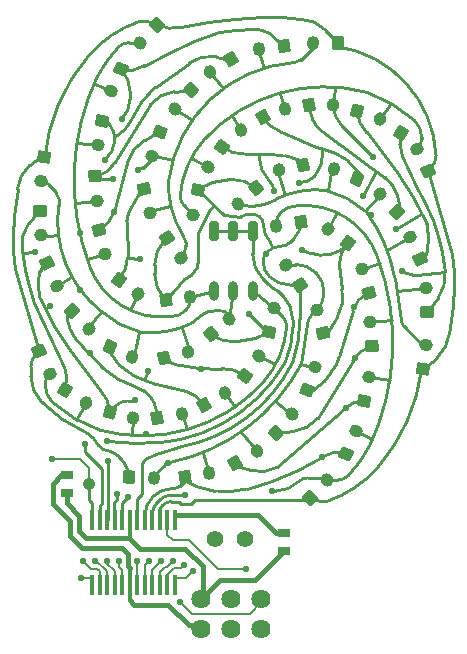
<source format=gtl>
G04*
G04 #@! TF.GenerationSoftware,Altium Limited,CircuitStudio,1.5.2 (30)*
G04*
G04 Layer_Physical_Order=1*
G04 Layer_Color=1513471*
%FSLAX25Y25*%
%MOIN*%
G70*
G01*
G75*
%ADD10C,0.01000*%
%ADD11C,0.01000*%
G04:AMPARAMS|DCode=12|XSize=40mil|YSize=44mil|CornerRadius=17.6mil|HoleSize=0mil|Usage=FLASHONLY|Rotation=47.000|XOffset=0mil|YOffset=0mil|HoleType=Round|Shape=RoundedRectangle|*
%AMROUNDEDRECTD12*
21,1,0.04000,0.00880,0,0,47.0*
21,1,0.00480,0.04400,0,0,47.0*
1,1,0.03520,0.00486,-0.00125*
1,1,0.03520,0.00158,-0.00476*
1,1,0.03520,-0.00486,0.00125*
1,1,0.03520,-0.00158,0.00476*
%
%ADD12ROUNDEDRECTD12*%
G04:AMPARAMS|DCode=13|XSize=40mil|YSize=44mil|CornerRadius=4.4mil|HoleSize=0mil|Usage=FLASHONLY|Rotation=47.000|XOffset=0mil|YOffset=0mil|HoleType=Round|Shape=RoundedRectangle|*
%AMROUNDEDRECTD13*
21,1,0.04000,0.03520,0,0,47.0*
21,1,0.03120,0.04400,0,0,47.0*
1,1,0.00880,0.02351,-0.00059*
1,1,0.00880,0.00223,-0.02341*
1,1,0.00880,-0.02351,0.00059*
1,1,0.00880,-0.00223,0.02341*
%
%ADD13ROUNDEDRECTD13*%
%ADD14O,0.03300X0.06600*%
G04:AMPARAMS|DCode=15|XSize=33mil|YSize=66mil|CornerRadius=6.6mil|HoleSize=0mil|Usage=FLASHONLY|Rotation=0.000|XOffset=0mil|YOffset=0mil|HoleType=Round|Shape=RoundedRectangle|*
%AMROUNDEDRECTD15*
21,1,0.03300,0.05280,0,0,0.0*
21,1,0.01980,0.06600,0,0,0.0*
1,1,0.01320,0.00990,-0.02640*
1,1,0.01320,-0.00990,-0.02640*
1,1,0.01320,-0.00990,0.02640*
1,1,0.01320,0.00990,0.02640*
%
%ADD15ROUNDEDRECTD15*%
%ADD16O,0.01417X0.06890*%
%ADD17R,0.01417X0.06890*%
G04:AMPARAMS|DCode=18|XSize=40mil|YSize=44mil|CornerRadius=17.6mil|HoleSize=0mil|Usage=FLASHONLY|Rotation=65.000|XOffset=0mil|YOffset=0mil|HoleType=Round|Shape=RoundedRectangle|*
%AMROUNDEDRECTD18*
21,1,0.04000,0.00880,0,0,65.0*
21,1,0.00480,0.04400,0,0,65.0*
1,1,0.03520,0.00500,0.00032*
1,1,0.03520,0.00297,-0.00404*
1,1,0.03520,-0.00500,-0.00032*
1,1,0.03520,-0.00297,0.00404*
%
%ADD18ROUNDEDRECTD18*%
G04:AMPARAMS|DCode=19|XSize=40mil|YSize=44mil|CornerRadius=4.4mil|HoleSize=0mil|Usage=FLASHONLY|Rotation=65.000|XOffset=0mil|YOffset=0mil|HoleType=Round|Shape=RoundedRectangle|*
%AMROUNDEDRECTD19*
21,1,0.04000,0.03520,0,0,65.0*
21,1,0.03120,0.04400,0,0,65.0*
1,1,0.00880,0.02254,0.00670*
1,1,0.00880,0.00936,-0.02158*
1,1,0.00880,-0.02254,-0.00670*
1,1,0.00880,-0.00936,0.02158*
%
%ADD19ROUNDEDRECTD19*%
G04:AMPARAMS|DCode=20|XSize=40mil|YSize=44mil|CornerRadius=17.6mil|HoleSize=0mil|Usage=FLASHONLY|Rotation=79.000|XOffset=0mil|YOffset=0mil|HoleType=Round|Shape=RoundedRectangle|*
%AMROUNDEDRECTD20*
21,1,0.04000,0.00880,0,0,79.0*
21,1,0.00480,0.04400,0,0,79.0*
1,1,0.03520,0.00478,0.00152*
1,1,0.03520,0.00386,-0.00320*
1,1,0.03520,-0.00478,-0.00152*
1,1,0.03520,-0.00386,0.00320*
%
%ADD20ROUNDEDRECTD20*%
G04:AMPARAMS|DCode=21|XSize=40mil|YSize=44mil|CornerRadius=4.4mil|HoleSize=0mil|Usage=FLASHONLY|Rotation=79.000|XOffset=0mil|YOffset=0mil|HoleType=Round|Shape=RoundedRectangle|*
%AMROUNDEDRECTD21*
21,1,0.04000,0.03520,0,0,79.0*
21,1,0.03120,0.04400,0,0,79.0*
1,1,0.00880,0.02025,0.01196*
1,1,0.00880,0.01430,-0.01867*
1,1,0.00880,-0.02025,-0.01196*
1,1,0.00880,-0.01430,0.01867*
%
%ADD21ROUNDEDRECTD21*%
G04:AMPARAMS|DCode=22|XSize=40mil|YSize=44mil|CornerRadius=17.6mil|HoleSize=0mil|Usage=FLASHONLY|Rotation=93.000|XOffset=0mil|YOffset=0mil|HoleType=Round|Shape=RoundedRectangle|*
%AMROUNDEDRECTD22*
21,1,0.04000,0.00880,0,0,93.0*
21,1,0.00480,0.04400,0,0,93.0*
1,1,0.03520,0.00427,0.00263*
1,1,0.03520,0.00452,-0.00217*
1,1,0.03520,-0.00427,-0.00263*
1,1,0.03520,-0.00452,0.00217*
%
%ADD22ROUNDEDRECTD22*%
G04:AMPARAMS|DCode=23|XSize=40mil|YSize=44mil|CornerRadius=4.4mil|HoleSize=0mil|Usage=FLASHONLY|Rotation=93.000|XOffset=0mil|YOffset=0mil|HoleType=Round|Shape=RoundedRectangle|*
%AMROUNDEDRECTD23*
21,1,0.04000,0.03520,0,0,93.0*
21,1,0.03120,0.04400,0,0,93.0*
1,1,0.00880,0.01676,0.01650*
1,1,0.00880,0.01839,-0.01466*
1,1,0.00880,-0.01676,-0.01650*
1,1,0.00880,-0.01839,0.01466*
%
%ADD23ROUNDEDRECTD23*%
G04:AMPARAMS|DCode=24|XSize=40mil|YSize=44mil|CornerRadius=17.6mil|HoleSize=0mil|Usage=FLASHONLY|Rotation=144.000|XOffset=0mil|YOffset=0mil|HoleType=Round|Shape=RoundedRectangle|*
%AMROUNDEDRECTD24*
21,1,0.04000,0.00880,0,0,144.0*
21,1,0.00480,0.04400,0,0,144.0*
1,1,0.03520,0.00065,0.00497*
1,1,0.03520,0.00453,0.00215*
1,1,0.03520,-0.00065,-0.00497*
1,1,0.03520,-0.00453,-0.00215*
%
%ADD24ROUNDEDRECTD24*%
G04:AMPARAMS|DCode=25|XSize=40mil|YSize=44mil|CornerRadius=4.4mil|HoleSize=0mil|Usage=FLASHONLY|Rotation=144.000|XOffset=0mil|YOffset=0mil|HoleType=Round|Shape=RoundedRectangle|*
%AMROUNDEDRECTD25*
21,1,0.04000,0.03520,0,0,144.0*
21,1,0.03120,0.04400,0,0,144.0*
1,1,0.00880,-0.00228,0.02341*
1,1,0.00880,0.02297,0.00507*
1,1,0.00880,0.00228,-0.02341*
1,1,0.00880,-0.02297,-0.00507*
%
%ADD25ROUNDEDRECTD25*%
G04:AMPARAMS|DCode=26|XSize=40mil|YSize=44mil|CornerRadius=17.6mil|HoleSize=0mil|Usage=FLASHONLY|Rotation=188.000|XOffset=0mil|YOffset=0mil|HoleType=Round|Shape=RoundedRectangle|*
%AMROUNDEDRECTD26*
21,1,0.04000,0.00880,0,0,188.0*
21,1,0.00480,0.04400,0,0,188.0*
1,1,0.03520,-0.00299,0.00402*
1,1,0.03520,0.00176,0.00469*
1,1,0.03520,0.00299,-0.00402*
1,1,0.03520,-0.00176,-0.00469*
%
%ADD26ROUNDEDRECTD26*%
G04:AMPARAMS|DCode=27|XSize=40mil|YSize=44mil|CornerRadius=4.4mil|HoleSize=0mil|Usage=FLASHONLY|Rotation=188.000|XOffset=0mil|YOffset=0mil|HoleType=Round|Shape=RoundedRectangle|*
%AMROUNDEDRECTD27*
21,1,0.04000,0.03520,0,0,188.0*
21,1,0.03120,0.04400,0,0,188.0*
1,1,0.00880,-0.01790,0.01526*
1,1,0.00880,0.01300,0.01960*
1,1,0.00880,0.01790,-0.01526*
1,1,0.00880,-0.01300,-0.01960*
%
%ADD27ROUNDEDRECTD27*%
G04:AMPARAMS|DCode=28|XSize=40mil|YSize=44mil|CornerRadius=17.6mil|HoleSize=0mil|Usage=FLASHONLY|Rotation=220.000|XOffset=0mil|YOffset=0mil|HoleType=Round|Shape=RoundedRectangle|*
%AMROUNDEDRECTD28*
21,1,0.04000,0.00880,0,0,220.0*
21,1,0.00480,0.04400,0,0,220.0*
1,1,0.03520,-0.00467,0.00183*
1,1,0.03520,-0.00099,0.00491*
1,1,0.03520,0.00467,-0.00183*
1,1,0.03520,0.00099,-0.00491*
%
%ADD28ROUNDEDRECTD28*%
G04:AMPARAMS|DCode=29|XSize=40mil|YSize=44mil|CornerRadius=4.4mil|HoleSize=0mil|Usage=FLASHONLY|Rotation=220.000|XOffset=0mil|YOffset=0mil|HoleType=Round|Shape=RoundedRectangle|*
%AMROUNDEDRECTD29*
21,1,0.04000,0.03520,0,0,220.0*
21,1,0.03120,0.04400,0,0,220.0*
1,1,0.00880,-0.02326,0.00346*
1,1,0.00880,0.00064,0.02351*
1,1,0.00880,0.02326,-0.00346*
1,1,0.00880,-0.00064,-0.02351*
%
%ADD29ROUNDEDRECTD29*%
G04:AMPARAMS|DCode=30|XSize=40mil|YSize=44mil|CornerRadius=17.6mil|HoleSize=0mil|Usage=FLASHONLY|Rotation=193.000|XOffset=0mil|YOffset=0mil|HoleType=Round|Shape=RoundedRectangle|*
%AMROUNDEDRECTD30*
21,1,0.04000,0.00880,0,0,193.0*
21,1,0.00480,0.04400,0,0,193.0*
1,1,0.03520,-0.00333,0.00375*
1,1,0.03520,0.00135,0.00483*
1,1,0.03520,0.00333,-0.00375*
1,1,0.03520,-0.00135,-0.00483*
%
%ADD30ROUNDEDRECTD30*%
G04:AMPARAMS|DCode=31|XSize=40mil|YSize=44mil|CornerRadius=4.4mil|HoleSize=0mil|Usage=FLASHONLY|Rotation=193.000|XOffset=0mil|YOffset=0mil|HoleType=Round|Shape=RoundedRectangle|*
%AMROUNDEDRECTD31*
21,1,0.04000,0.03520,0,0,193.0*
21,1,0.03120,0.04400,0,0,193.0*
1,1,0.00880,-0.01916,0.01364*
1,1,0.00880,0.01124,0.02066*
1,1,0.00880,0.01916,-0.01364*
1,1,0.00880,-0.01124,-0.02066*
%
%ADD31ROUNDEDRECTD31*%
G04:AMPARAMS|DCode=32|XSize=40mil|YSize=44mil|CornerRadius=17.6mil|HoleSize=0mil|Usage=FLASHONLY|Rotation=155.000|XOffset=0mil|YOffset=0mil|HoleType=Round|Shape=RoundedRectangle|*
%AMROUNDEDRECTD32*
21,1,0.04000,0.00880,0,0,155.0*
21,1,0.00480,0.04400,0,0,155.0*
1,1,0.03520,-0.00032,0.00500*
1,1,0.03520,0.00404,0.00297*
1,1,0.03520,0.00032,-0.00500*
1,1,0.03520,-0.00404,-0.00297*
%
%ADD32ROUNDEDRECTD32*%
G04:AMPARAMS|DCode=33|XSize=40mil|YSize=44mil|CornerRadius=4.4mil|HoleSize=0mil|Usage=FLASHONLY|Rotation=155.000|XOffset=0mil|YOffset=0mil|HoleType=Round|Shape=RoundedRectangle|*
%AMROUNDEDRECTD33*
21,1,0.04000,0.03520,0,0,155.0*
21,1,0.03120,0.04400,0,0,155.0*
1,1,0.00880,-0.00670,0.02254*
1,1,0.00880,0.02158,0.00936*
1,1,0.00880,0.00670,-0.02254*
1,1,0.00880,-0.02158,-0.00936*
%
%ADD33ROUNDEDRECTD33*%
G04:AMPARAMS|DCode=34|XSize=40mil|YSize=44mil|CornerRadius=17.6mil|HoleSize=0mil|Usage=FLASHONLY|Rotation=133.000|XOffset=0mil|YOffset=0mil|HoleType=Round|Shape=RoundedRectangle|*
%AMROUNDEDRECTD34*
21,1,0.04000,0.00880,0,0,133.0*
21,1,0.00480,0.04400,0,0,133.0*
1,1,0.03520,0.00158,0.00476*
1,1,0.03520,0.00486,0.00125*
1,1,0.03520,-0.00158,-0.00476*
1,1,0.03520,-0.00486,-0.00125*
%
%ADD34ROUNDEDRECTD34*%
G04:AMPARAMS|DCode=35|XSize=40mil|YSize=44mil|CornerRadius=4.4mil|HoleSize=0mil|Usage=FLASHONLY|Rotation=133.000|XOffset=0mil|YOffset=0mil|HoleType=Round|Shape=RoundedRectangle|*
%AMROUNDEDRECTD35*
21,1,0.04000,0.03520,0,0,133.0*
21,1,0.03120,0.04400,0,0,133.0*
1,1,0.00880,0.00223,0.02341*
1,1,0.00880,0.02351,0.00059*
1,1,0.00880,-0.00223,-0.02341*
1,1,0.00880,-0.02351,-0.00059*
%
%ADD35ROUNDEDRECTD35*%
G04:AMPARAMS|DCode=36|XSize=40mil|YSize=44mil|CornerRadius=17.6mil|HoleSize=0mil|Usage=FLASHONLY|Rotation=116.000|XOffset=0mil|YOffset=0mil|HoleType=Round|Shape=RoundedRectangle|*
%AMROUNDEDRECTD36*
21,1,0.04000,0.00880,0,0,116.0*
21,1,0.00480,0.04400,0,0,116.0*
1,1,0.03520,0.00290,0.00409*
1,1,0.03520,0.00501,-0.00023*
1,1,0.03520,-0.00290,-0.00409*
1,1,0.03520,-0.00501,0.00023*
%
%ADD36ROUNDEDRECTD36*%
G04:AMPARAMS|DCode=37|XSize=40mil|YSize=44mil|CornerRadius=4.4mil|HoleSize=0mil|Usage=FLASHONLY|Rotation=116.000|XOffset=0mil|YOffset=0mil|HoleType=Round|Shape=RoundedRectangle|*
%AMROUNDEDRECTD37*
21,1,0.04000,0.03520,0,0,116.0*
21,1,0.03120,0.04400,0,0,116.0*
1,1,0.00880,0.00898,0.02174*
1,1,0.00880,0.02266,-0.00631*
1,1,0.00880,-0.00898,-0.02174*
1,1,0.00880,-0.02266,0.00631*
%
%ADD37ROUNDEDRECTD37*%
G04:AMPARAMS|DCode=38|XSize=40mil|YSize=44mil|CornerRadius=17.6mil|HoleSize=0mil|Usage=FLASHONLY|Rotation=91.000|XOffset=0mil|YOffset=0mil|HoleType=Round|Shape=RoundedRectangle|*
%AMROUNDEDRECTD38*
21,1,0.04000,0.00880,0,0,91.0*
21,1,0.00480,0.04400,0,0,91.0*
1,1,0.03520,0.00436,0.00248*
1,1,0.03520,0.00444,-0.00232*
1,1,0.03520,-0.00436,-0.00248*
1,1,0.03520,-0.00444,0.00232*
%
%ADD38ROUNDEDRECTD38*%
G04:AMPARAMS|DCode=39|XSize=40mil|YSize=44mil|CornerRadius=4.4mil|HoleSize=0mil|Usage=FLASHONLY|Rotation=91.000|XOffset=0mil|YOffset=0mil|HoleType=Round|Shape=RoundedRectangle|*
%AMROUNDEDRECTD39*
21,1,0.04000,0.03520,0,0,91.0*
21,1,0.03120,0.04400,0,0,91.0*
1,1,0.00880,0.01733,0.01591*
1,1,0.00880,0.01787,-0.01529*
1,1,0.00880,-0.01733,-0.01591*
1,1,0.00880,-0.01787,0.01529*
%
%ADD39ROUNDEDRECTD39*%
G04:AMPARAMS|DCode=40|XSize=40mil|YSize=44mil|CornerRadius=17.6mil|HoleSize=0mil|Usage=FLASHONLY|Rotation=82.000|XOffset=0mil|YOffset=0mil|HoleType=Round|Shape=RoundedRectangle|*
%AMROUNDEDRECTD40*
21,1,0.04000,0.00880,0,0,82.0*
21,1,0.00480,0.04400,0,0,82.0*
1,1,0.03520,0.00469,0.00176*
1,1,0.03520,0.00402,-0.00299*
1,1,0.03520,-0.00469,-0.00176*
1,1,0.03520,-0.00402,0.00299*
%
%ADD40ROUNDEDRECTD40*%
G04:AMPARAMS|DCode=41|XSize=40mil|YSize=44mil|CornerRadius=4.4mil|HoleSize=0mil|Usage=FLASHONLY|Rotation=82.000|XOffset=0mil|YOffset=0mil|HoleType=Round|Shape=RoundedRectangle|*
%AMROUNDEDRECTD41*
21,1,0.04000,0.03520,0,0,82.0*
21,1,0.03120,0.04400,0,0,82.0*
1,1,0.00880,0.01960,0.01300*
1,1,0.00880,0.01526,-0.01790*
1,1,0.00880,-0.01960,-0.01300*
1,1,0.00880,-0.01526,0.01790*
%
%ADD41ROUNDEDRECTD41*%
G04:AMPARAMS|DCode=42|XSize=40mil|YSize=44mil|CornerRadius=17.6mil|HoleSize=0mil|Usage=FLASHONLY|Rotation=258.000|XOffset=0mil|YOffset=0mil|HoleType=Round|Shape=RoundedRectangle|*
%AMROUNDEDRECTD42*
21,1,0.04000,0.00880,0,0,258.0*
21,1,0.00480,0.04400,0,0,258.0*
1,1,0.03520,-0.00480,-0.00143*
1,1,0.03520,-0.00381,0.00326*
1,1,0.03520,0.00480,0.00143*
1,1,0.03520,0.00381,-0.00326*
%
%ADD42ROUNDEDRECTD42*%
G04:AMPARAMS|DCode=43|XSize=40mil|YSize=44mil|CornerRadius=4.4mil|HoleSize=0mil|Usage=FLASHONLY|Rotation=258.000|XOffset=0mil|YOffset=0mil|HoleType=Round|Shape=RoundedRectangle|*
%AMROUNDEDRECTD43*
21,1,0.04000,0.03520,0,0,258.0*
21,1,0.03120,0.04400,0,0,258.0*
1,1,0.00880,-0.02046,-0.01160*
1,1,0.00880,-0.01397,0.01892*
1,1,0.00880,0.02046,0.01160*
1,1,0.00880,0.01397,-0.01892*
%
%ADD43ROUNDEDRECTD43*%
G04:AMPARAMS|DCode=44|XSize=40mil|YSize=44mil|CornerRadius=17.6mil|HoleSize=0mil|Usage=FLASHONLY|Rotation=235.000|XOffset=0mil|YOffset=0mil|HoleType=Round|Shape=RoundedRectangle|*
%AMROUNDEDRECTD44*
21,1,0.04000,0.00880,0,0,235.0*
21,1,0.00480,0.04400,0,0,235.0*
1,1,0.03520,-0.00498,0.00056*
1,1,0.03520,-0.00223,0.00449*
1,1,0.03520,0.00498,-0.00056*
1,1,0.03520,0.00223,-0.00449*
%
%ADD44ROUNDEDRECTD44*%
G04:AMPARAMS|DCode=45|XSize=40mil|YSize=44mil|CornerRadius=4.4mil|HoleSize=0mil|Usage=FLASHONLY|Rotation=235.000|XOffset=0mil|YOffset=0mil|HoleType=Round|Shape=RoundedRectangle|*
%AMROUNDEDRECTD45*
21,1,0.04000,0.03520,0,0,235.0*
21,1,0.03120,0.04400,0,0,235.0*
1,1,0.00880,-0.02337,-0.00268*
1,1,0.00880,-0.00547,0.02287*
1,1,0.00880,0.02337,0.00268*
1,1,0.00880,0.00547,-0.02287*
%
%ADD45ROUNDEDRECTD45*%
G04:AMPARAMS|DCode=46|XSize=40mil|YSize=44mil|CornerRadius=17.6mil|HoleSize=0mil|Usage=FLASHONLY|Rotation=210.000|XOffset=0mil|YOffset=0mil|HoleType=Round|Shape=RoundedRectangle|*
%AMROUNDEDRECTD46*
21,1,0.04000,0.00880,0,0,210.0*
21,1,0.00480,0.04400,0,0,210.0*
1,1,0.03520,-0.00428,0.00261*
1,1,0.03520,-0.00012,0.00501*
1,1,0.03520,0.00428,-0.00261*
1,1,0.03520,0.00012,-0.00501*
%
%ADD46ROUNDEDRECTD46*%
G04:AMPARAMS|DCode=47|XSize=40mil|YSize=44mil|CornerRadius=4.4mil|HoleSize=0mil|Usage=FLASHONLY|Rotation=210.000|XOffset=0mil|YOffset=0mil|HoleType=Round|Shape=RoundedRectangle|*
%AMROUNDEDRECTD47*
21,1,0.04000,0.03520,0,0,210.0*
21,1,0.03120,0.04400,0,0,210.0*
1,1,0.00880,-0.02231,0.00744*
1,1,0.00880,0.00471,0.02304*
1,1,0.00880,0.02231,-0.00744*
1,1,0.00880,-0.00471,-0.02304*
%
%ADD47ROUNDEDRECTD47*%
G04:AMPARAMS|DCode=48|XSize=40mil|YSize=44mil|CornerRadius=17.6mil|HoleSize=0mil|Usage=FLASHONLY|Rotation=190.000|XOffset=0mil|YOffset=0mil|HoleType=Round|Shape=RoundedRectangle|*
%AMROUNDEDRECTD48*
21,1,0.04000,0.00880,0,0,190.0*
21,1,0.00480,0.04400,0,0,190.0*
1,1,0.03520,-0.00313,0.00392*
1,1,0.03520,0.00160,0.00475*
1,1,0.03520,0.00313,-0.00392*
1,1,0.03520,-0.00160,-0.00475*
%
%ADD48ROUNDEDRECTD48*%
G04:AMPARAMS|DCode=49|XSize=40mil|YSize=44mil|CornerRadius=4.4mil|HoleSize=0mil|Usage=FLASHONLY|Rotation=190.000|XOffset=0mil|YOffset=0mil|HoleType=Round|Shape=RoundedRectangle|*
%AMROUNDEDRECTD49*
21,1,0.04000,0.03520,0,0,190.0*
21,1,0.03120,0.04400,0,0,190.0*
1,1,0.00880,-0.01842,0.01462*
1,1,0.00880,0.01231,0.02004*
1,1,0.00880,0.01842,-0.01462*
1,1,0.00880,-0.01231,-0.02004*
%
%ADD49ROUNDEDRECTD49*%
G04:AMPARAMS|DCode=50|XSize=40mil|YSize=44mil|CornerRadius=17.6mil|HoleSize=0mil|Usage=FLASHONLY|Rotation=165.000|XOffset=0mil|YOffset=0mil|HoleType=Round|Shape=RoundedRectangle|*
%AMROUNDEDRECTD50*
21,1,0.04000,0.00880,0,0,165.0*
21,1,0.00480,0.04400,0,0,165.0*
1,1,0.03520,-0.00118,0.00487*
1,1,0.03520,0.00346,0.00363*
1,1,0.03520,0.00118,-0.00487*
1,1,0.03520,-0.00346,-0.00363*
%
%ADD50ROUNDEDRECTD50*%
G04:AMPARAMS|DCode=51|XSize=40mil|YSize=44mil|CornerRadius=4.4mil|HoleSize=0mil|Usage=FLASHONLY|Rotation=165.000|XOffset=0mil|YOffset=0mil|HoleType=Round|Shape=RoundedRectangle|*
%AMROUNDEDRECTD51*
21,1,0.04000,0.03520,0,0,165.0*
21,1,0.03120,0.04400,0,0,165.0*
1,1,0.00880,-0.01051,0.02104*
1,1,0.00880,0.01962,0.01296*
1,1,0.00880,0.01051,-0.02104*
1,1,0.00880,-0.01962,-0.01296*
%
%ADD51ROUNDEDRECTD51*%
G04:AMPARAMS|DCode=52|XSize=40mil|YSize=44mil|CornerRadius=17.6mil|HoleSize=0mil|Usage=FLASHONLY|Rotation=148.000|XOffset=0mil|YOffset=0mil|HoleType=Round|Shape=RoundedRectangle|*
%AMROUNDEDRECTD52*
21,1,0.04000,0.00880,0,0,148.0*
21,1,0.00480,0.04400,0,0,148.0*
1,1,0.03520,0.00030,0.00500*
1,1,0.03520,0.00437,0.00246*
1,1,0.03520,-0.00030,-0.00500*
1,1,0.03520,-0.00437,-0.00246*
%
%ADD52ROUNDEDRECTD52*%
G04:AMPARAMS|DCode=53|XSize=40mil|YSize=44mil|CornerRadius=4.4mil|HoleSize=0mil|Usage=FLASHONLY|Rotation=148.000|XOffset=0mil|YOffset=0mil|HoleType=Round|Shape=RoundedRectangle|*
%AMROUNDEDRECTD53*
21,1,0.04000,0.03520,0,0,148.0*
21,1,0.03120,0.04400,0,0,148.0*
1,1,0.00880,-0.00390,0.02319*
1,1,0.00880,0.02256,0.00666*
1,1,0.00880,0.00390,-0.02319*
1,1,0.00880,-0.02256,-0.00666*
%
%ADD53ROUNDEDRECTD53*%
G04:AMPARAMS|DCode=54|XSize=40mil|YSize=44mil|CornerRadius=17.6mil|HoleSize=0mil|Usage=FLASHONLY|Rotation=115.000|XOffset=0mil|YOffset=0mil|HoleType=Round|Shape=RoundedRectangle|*
%AMROUNDEDRECTD54*
21,1,0.04000,0.00880,0,0,115.0*
21,1,0.00480,0.04400,0,0,115.0*
1,1,0.03520,0.00297,0.00404*
1,1,0.03520,0.00500,-0.00032*
1,1,0.03520,-0.00297,-0.00404*
1,1,0.03520,-0.00500,0.00032*
%
%ADD54ROUNDEDRECTD54*%
G04:AMPARAMS|DCode=55|XSize=40mil|YSize=44mil|CornerRadius=4.4mil|HoleSize=0mil|Usage=FLASHONLY|Rotation=115.000|XOffset=0mil|YOffset=0mil|HoleType=Round|Shape=RoundedRectangle|*
%AMROUNDEDRECTD55*
21,1,0.04000,0.03520,0,0,115.0*
21,1,0.03120,0.04400,0,0,115.0*
1,1,0.00880,0.00936,0.02158*
1,1,0.00880,0.02254,-0.00670*
1,1,0.00880,-0.00936,-0.02158*
1,1,0.00880,-0.02254,0.00670*
%
%ADD55ROUNDEDRECTD55*%
G04:AMPARAMS|DCode=56|XSize=40mil|YSize=44mil|CornerRadius=17.6mil|HoleSize=0mil|Usage=FLASHONLY|Rotation=303.000|XOffset=0mil|YOffset=0mil|HoleType=Round|Shape=RoundedRectangle|*
%AMROUNDEDRECTD56*
21,1,0.04000,0.00880,0,0,303.0*
21,1,0.00480,0.04400,0,0,303.0*
1,1,0.03520,-0.00238,-0.00441*
1,1,0.03520,-0.00500,-0.00038*
1,1,0.03520,0.00238,0.00441*
1,1,0.03520,0.00500,0.00038*
%
%ADD56ROUNDEDRECTD56*%
G04:AMPARAMS|DCode=57|XSize=40mil|YSize=44mil|CornerRadius=4.4mil|HoleSize=0mil|Usage=FLASHONLY|Rotation=303.000|XOffset=0mil|YOffset=0mil|HoleType=Round|Shape=RoundedRectangle|*
%AMROUNDEDRECTD57*
21,1,0.04000,0.03520,0,0,303.0*
21,1,0.03120,0.04400,0,0,303.0*
1,1,0.00880,-0.00626,-0.02267*
1,1,0.00880,-0.02326,0.00350*
1,1,0.00880,0.00626,0.02267*
1,1,0.00880,0.02326,-0.00350*
%
%ADD57ROUNDEDRECTD57*%
G04:AMPARAMS|DCode=58|XSize=40mil|YSize=44mil|CornerRadius=17.6mil|HoleSize=0mil|Usage=FLASHONLY|Rotation=284.000|XOffset=0mil|YOffset=0mil|HoleType=Round|Shape=RoundedRectangle|*
%AMROUNDEDRECTD58*
21,1,0.04000,0.00880,0,0,284.0*
21,1,0.00480,0.04400,0,0,284.0*
1,1,0.03520,-0.00369,-0.00339*
1,1,0.03520,-0.00485,0.00126*
1,1,0.03520,0.00369,0.00339*
1,1,0.03520,0.00485,-0.00126*
%
%ADD58ROUNDEDRECTD58*%
G04:AMPARAMS|DCode=59|XSize=40mil|YSize=44mil|CornerRadius=4.4mil|HoleSize=0mil|Usage=FLASHONLY|Rotation=284.000|XOffset=0mil|YOffset=0mil|HoleType=Round|Shape=RoundedRectangle|*
%AMROUNDEDRECTD59*
21,1,0.04000,0.03520,0,0,284.0*
21,1,0.03120,0.04400,0,0,284.0*
1,1,0.00880,-0.01330,-0.01939*
1,1,0.00880,-0.02085,0.01088*
1,1,0.00880,0.01330,0.01939*
1,1,0.00880,0.02085,-0.01088*
%
%ADD59ROUNDEDRECTD59*%
G04:AMPARAMS|DCode=60|XSize=40mil|YSize=44mil|CornerRadius=17.6mil|HoleSize=0mil|Usage=FLASHONLY|Rotation=251.000|XOffset=0mil|YOffset=0mil|HoleType=Round|Shape=RoundedRectangle|*
%AMROUNDEDRECTD60*
21,1,0.04000,0.00880,0,0,251.0*
21,1,0.00480,0.04400,0,0,251.0*
1,1,0.03520,-0.00494,-0.00084*
1,1,0.03520,-0.00338,0.00370*
1,1,0.03520,0.00494,0.00084*
1,1,0.03520,0.00338,-0.00370*
%
%ADD60ROUNDEDRECTD60*%
G04:AMPARAMS|DCode=61|XSize=40mil|YSize=44mil|CornerRadius=4.4mil|HoleSize=0mil|Usage=FLASHONLY|Rotation=251.000|XOffset=0mil|YOffset=0mil|HoleType=Round|Shape=RoundedRectangle|*
%AMROUNDEDRECTD61*
21,1,0.04000,0.03520,0,0,251.0*
21,1,0.03120,0.04400,0,0,251.0*
1,1,0.00880,-0.02172,-0.00902*
1,1,0.00880,-0.01156,0.02048*
1,1,0.00880,0.02172,0.00902*
1,1,0.00880,0.01156,-0.02048*
%
%ADD61ROUNDEDRECTD61*%
G04:AMPARAMS|DCode=62|XSize=40mil|YSize=44mil|CornerRadius=17.6mil|HoleSize=0mil|Usage=FLASHONLY|Rotation=229.000|XOffset=0mil|YOffset=0mil|HoleType=Round|Shape=RoundedRectangle|*
%AMROUNDEDRECTD62*
21,1,0.04000,0.00880,0,0,229.0*
21,1,0.00480,0.04400,0,0,229.0*
1,1,0.03520,-0.00490,0.00108*
1,1,0.03520,-0.00175,0.00470*
1,1,0.03520,0.00490,-0.00108*
1,1,0.03520,0.00175,-0.00470*
%
%ADD62ROUNDEDRECTD62*%
G04:AMPARAMS|DCode=63|XSize=40mil|YSize=44mil|CornerRadius=4.4mil|HoleSize=0mil|Usage=FLASHONLY|Rotation=229.000|XOffset=0mil|YOffset=0mil|HoleType=Round|Shape=RoundedRectangle|*
%AMROUNDEDRECTD63*
21,1,0.04000,0.03520,0,0,229.0*
21,1,0.03120,0.04400,0,0,229.0*
1,1,0.00880,-0.02352,-0.00023*
1,1,0.00880,-0.00305,0.02332*
1,1,0.00880,0.02352,0.00023*
1,1,0.00880,0.00305,-0.02332*
%
%ADD63ROUNDEDRECTD63*%
G04:AMPARAMS|DCode=64|XSize=40mil|YSize=44mil|CornerRadius=17.6mil|HoleSize=0mil|Usage=FLASHONLY|Rotation=211.000|XOffset=0mil|YOffset=0mil|HoleType=Round|Shape=RoundedRectangle|*
%AMROUNDEDRECTD64*
21,1,0.04000,0.00880,0,0,211.0*
21,1,0.00480,0.04400,0,0,211.0*
1,1,0.03520,-0.00432,0.00254*
1,1,0.03520,-0.00021,0.00501*
1,1,0.03520,0.00432,-0.00254*
1,1,0.03520,0.00021,-0.00501*
%
%ADD64ROUNDEDRECTD64*%
G04:AMPARAMS|DCode=65|XSize=40mil|YSize=44mil|CornerRadius=4.4mil|HoleSize=0mil|Usage=FLASHONLY|Rotation=211.000|XOffset=0mil|YOffset=0mil|HoleType=Round|Shape=RoundedRectangle|*
%AMROUNDEDRECTD65*
21,1,0.04000,0.03520,0,0,211.0*
21,1,0.03120,0.04400,0,0,211.0*
1,1,0.00880,-0.02244,0.00705*
1,1,0.00880,0.00431,0.02312*
1,1,0.00880,0.02244,-0.00705*
1,1,0.00880,-0.00431,-0.02312*
%
%ADD65ROUNDEDRECTD65*%
G04:AMPARAMS|DCode=66|XSize=40mil|YSize=44mil|CornerRadius=17.6mil|HoleSize=0mil|Usage=FLASHONLY|Rotation=179.000|XOffset=0mil|YOffset=0mil|HoleType=Round|Shape=RoundedRectangle|*
%AMROUNDEDRECTD66*
21,1,0.04000,0.00880,0,0,179.0*
21,1,0.00480,0.04400,0,0,179.0*
1,1,0.03520,-0.00232,0.00444*
1,1,0.03520,0.00248,0.00436*
1,1,0.03520,0.00232,-0.00444*
1,1,0.03520,-0.00248,-0.00436*
%
%ADD66ROUNDEDRECTD66*%
G04:AMPARAMS|DCode=67|XSize=40mil|YSize=44mil|CornerRadius=4.4mil|HoleSize=0mil|Usage=FLASHONLY|Rotation=179.000|XOffset=0mil|YOffset=0mil|HoleType=Round|Shape=RoundedRectangle|*
%AMROUNDEDRECTD67*
21,1,0.04000,0.03520,0,0,179.0*
21,1,0.03120,0.04400,0,0,179.0*
1,1,0.00880,-0.01529,0.01787*
1,1,0.00880,0.01591,0.01733*
1,1,0.00880,0.01529,-0.01787*
1,1,0.00880,-0.01591,-0.01733*
%
%ADD67ROUNDEDRECTD67*%
G04:AMPARAMS|DCode=68|XSize=40mil|YSize=44mil|CornerRadius=17.6mil|HoleSize=0mil|Usage=FLASHONLY|Rotation=358.000|XOffset=0mil|YOffset=0mil|HoleType=Round|Shape=RoundedRectangle|*
%AMROUNDEDRECTD68*
21,1,0.04000,0.00880,0,0,358.0*
21,1,0.00480,0.04400,0,0,358.0*
1,1,0.03520,0.00225,-0.00448*
1,1,0.03520,-0.00255,-0.00431*
1,1,0.03520,-0.00225,0.00448*
1,1,0.03520,0.00255,0.00431*
%
%ADD68ROUNDEDRECTD68*%
G04:AMPARAMS|DCode=69|XSize=40mil|YSize=44mil|CornerRadius=4.4mil|HoleSize=0mil|Usage=FLASHONLY|Rotation=358.000|XOffset=0mil|YOffset=0mil|HoleType=Round|Shape=RoundedRectangle|*
%AMROUNDEDRECTD69*
21,1,0.04000,0.03520,0,0,358.0*
21,1,0.03120,0.04400,0,0,358.0*
1,1,0.00880,0.01498,-0.01813*
1,1,0.00880,-0.01621,-0.01705*
1,1,0.00880,-0.01498,0.01813*
1,1,0.00880,0.01621,0.01705*
%
%ADD69ROUNDEDRECTD69*%
G04:AMPARAMS|DCode=70|XSize=40mil|YSize=44mil|CornerRadius=17.6mil|HoleSize=0mil|Usage=FLASHONLY|Rotation=285.000|XOffset=0mil|YOffset=0mil|HoleType=Round|Shape=RoundedRectangle|*
%AMROUNDEDRECTD70*
21,1,0.04000,0.00880,0,0,285.0*
21,1,0.00480,0.04400,0,0,285.0*
1,1,0.03520,-0.00363,-0.00346*
1,1,0.03520,-0.00487,0.00118*
1,1,0.03520,0.00363,0.00346*
1,1,0.03520,0.00487,-0.00118*
%
%ADD70ROUNDEDRECTD70*%
G04:AMPARAMS|DCode=71|XSize=40mil|YSize=44mil|CornerRadius=4.4mil|HoleSize=0mil|Usage=FLASHONLY|Rotation=285.000|XOffset=0mil|YOffset=0mil|HoleType=Round|Shape=RoundedRectangle|*
%AMROUNDEDRECTD71*
21,1,0.04000,0.03520,0,0,285.0*
21,1,0.03120,0.04400,0,0,285.0*
1,1,0.00880,-0.01296,-0.01962*
1,1,0.00880,-0.02104,0.01051*
1,1,0.00880,0.01296,0.01962*
1,1,0.00880,0.02104,-0.01051*
%
%ADD71ROUNDEDRECTD71*%
G04:AMPARAMS|DCode=72|XSize=40mil|YSize=44mil|CornerRadius=17.6mil|HoleSize=0mil|Usage=FLASHONLY|Rotation=106.000|XOffset=0mil|YOffset=0mil|HoleType=Round|Shape=RoundedRectangle|*
%AMROUNDEDRECTD72*
21,1,0.04000,0.00880,0,0,106.0*
21,1,0.00480,0.04400,0,0,106.0*
1,1,0.03520,0.00357,0.00352*
1,1,0.03520,0.00489,-0.00109*
1,1,0.03520,-0.00357,-0.00352*
1,1,0.03520,-0.00489,0.00109*
%
%ADD72ROUNDEDRECTD72*%
G04:AMPARAMS|DCode=73|XSize=40mil|YSize=44mil|CornerRadius=4.4mil|HoleSize=0mil|Usage=FLASHONLY|Rotation=106.000|XOffset=0mil|YOffset=0mil|HoleType=Round|Shape=RoundedRectangle|*
%AMROUNDEDRECTD73*
21,1,0.04000,0.03520,0,0,106.0*
21,1,0.03120,0.04400,0,0,106.0*
1,1,0.00880,0.01262,0.01985*
1,1,0.00880,0.02122,-0.01015*
1,1,0.00880,-0.01262,-0.01985*
1,1,0.00880,-0.02122,0.01015*
%
%ADD73ROUNDEDRECTD73*%
%ADD74R,0.03937X0.03150*%
%ADD75C,0.00800*%
%ADD76C,0.01800*%
%ADD77C,0.01400*%
%ADD78C,0.05500*%
%ADD79C,0.06400*%
%ADD80C,0.04200*%
%ADD81C,0.02300*%
D10*
X5005322Y2903921D02*
G03*
X5059700Y2919700I14244J52502D01*
G01*
X5059700Y2919700D02*
G03*
X5067651Y2938526I-23591J21055D01*
G01*
X4989433Y2913337D02*
G03*
X5005322Y2903921I31078J34329D01*
G01*
X5067651Y2938526D02*
G03*
X5066388Y2941574I-4310J0D01*
G01*
X4987200Y2918728D02*
G03*
X4989433Y2913337I7625J0D01*
G01*
X4988900Y2923600D02*
G03*
X4987200Y2919496I4104J-4104D01*
G01*
X5029400Y2893300D02*
G03*
X5072490Y2925863I-13664J62873D01*
G01*
X5029423Y2893321D02*
G03*
X5027201Y2892401I0J-3142D01*
G01*
X5079217Y2944106D02*
G03*
X5074554Y2939177I988J-5605D01*
G01*
X5103674Y2954650D02*
G03*
X5094219Y2976658I-52558J-9545D01*
G01*
X5094219D02*
G03*
X5080493Y2983963I-21262J-23404D01*
G01*
X5088226Y2888775D02*
G03*
X5095410Y2898895I-33826J31624D01*
G01*
X5097929Y2961606D02*
G03*
X5070960Y2978698I-24393J-8667D01*
G01*
X5095282Y2898594D02*
G03*
X5097948Y2961466I-73532J34610D01*
G01*
X5070960Y2978698D02*
G03*
X5065733Y2976533I0J-7393D01*
G01*
D02*
G03*
X5064225Y2972893I3640J-3640D01*
G01*
X5084660Y2887299D02*
G03*
X5088226Y2888775I0J5043D01*
G01*
X5080600Y2983921D02*
G03*
X5064081Y2980969I-2896J-31488D01*
G01*
X5035719Y2939431D02*
G03*
X5039960Y2942645I-16911J26718D01*
G01*
X5019200Y2936479D02*
G03*
X5035719Y2939431I2896J31488D01*
G01*
X5015140Y3033101D02*
G03*
X5011574Y3031624I0J-5043D01*
G01*
X5034067Y2943867D02*
G03*
X5035575Y2947507I-3640J3640D01*
G01*
X5028840Y2941702D02*
G03*
X5034067Y2943867I0J7393D01*
G01*
X5004518Y3021806D02*
G03*
X5001852Y2958934I73532J-34610D01*
G01*
X5001871Y2958794D02*
G03*
X5028840Y2941702I24393J8667D01*
G01*
X5011574Y3031624D02*
G03*
X5004390Y3021505I33826J-31624D01*
G01*
X5005581Y2943742D02*
G03*
X5019307Y2936437I21262J23404D01*
G01*
X4991652Y2978748D02*
G03*
X5005581Y2943742I37911J-5190D01*
G01*
X5042061Y2943674D02*
G03*
X5039909Y2942592I2213J-7080D01*
G01*
X5049192Y2941829D02*
G03*
X5044295Y2943891I-4401J-3608D01*
G01*
X5032333Y2961262D02*
G03*
X5034000Y2965286I-4024J4024D01*
G01*
X5034000Y2966625D02*
G03*
X5033046Y2968929I-3258J0D01*
G01*
X5070277Y3026478D02*
G03*
X5072499Y3027399I0J3142D01*
G01*
X5070277Y3026478D02*
G03*
X5028283Y2986901I3124J-45383D01*
G01*
X5028283D02*
G03*
X5033046Y2968929I31596J-1244D01*
G01*
X5110900Y2996800D02*
G03*
X5112600Y3000904I-4104J4104D01*
G01*
X5112600Y3001672D02*
G03*
X5110366Y3007063I-7625J0D01*
G01*
X5032149Y2981874D02*
G03*
X5033411Y2978826I4310J0D01*
G01*
X5110367Y3007063D02*
G03*
X5094478Y3016479I-31078J-34329D01*
G01*
X5040100Y3000700D02*
G03*
X5032149Y2981874I23591J-21055D01*
G01*
X5094478Y3016479D02*
G03*
X5040100Y3000700I-14244J-52502D01*
G01*
X5023600Y2956043D02*
G03*
X5027135Y2947508I12071J0D01*
G01*
Y2967407D02*
G03*
X5023600Y2958872I8535J-8535D01*
G01*
X5011596Y2954099D02*
G03*
X5014600Y2961351I-7252J7252D01*
G01*
X5015900Y2978300D02*
G03*
X5014333Y2973363I10454J-6036D01*
G01*
X5020260Y3000554D02*
G03*
X5014580Y2993006I6036J-10454D01*
G01*
X5005039Y2970660D02*
G03*
X5010137Y2976629I-4656J9138D01*
G01*
X5004244Y2988392D02*
G03*
X5010472Y2993171I-2654J9907D01*
G01*
X5030072Y3016766D02*
G03*
X5022198Y3012438I1460J-11982D01*
G01*
X5044030Y3028401D02*
G03*
X5035268Y3026411I-1900J-11921D01*
G01*
X5010406Y3001505D02*
G03*
X5016023Y3007482I-6202J11457D01*
G01*
X5012521Y3023976D02*
G03*
X5020240Y3025406I2132J10032D01*
G01*
X5062103Y3036074D02*
G03*
X5056489Y3037689I-6045J-10448D01*
G01*
X5080496Y3037386D02*
G03*
X5072237Y3040926I-8544J-8527D01*
G01*
X5024544Y3039116D02*
G03*
X5032344Y3038227I4972J8970D01*
G01*
X4993636Y2917283D02*
G03*
X4993568Y2925132I-9510J3842D01*
G01*
X4981669Y2972833D02*
G03*
X4979464Y2964122I9759J-7104D01*
G01*
X5008640Y2910061D02*
G03*
X5005510Y2917260I-10255J-179D01*
G01*
X4985306Y2956798D02*
G03*
X4985431Y2947813I17540J-4249D01*
G01*
X4994403Y2943805D02*
G03*
X4999221Y2932274I14436J-740D01*
G01*
X5024290Y2907747D02*
G03*
X5020139Y2917128I-10197J1097D01*
G01*
X5040149Y2912250D02*
G03*
X5034139Y2916840I-8791J-5282D01*
G01*
X5011610Y2925787D02*
G03*
X5022739Y2919581I17512J18322D01*
G01*
X5031367Y2925638D02*
G03*
X5038011Y2924550I7481J24851D01*
G01*
X5053648Y2921942D02*
G03*
X5046204Y2924432I-6729J-7741D01*
G01*
X5042298Y2935788D02*
G03*
X5051243Y2933475I7265J9640D01*
G01*
X4982038Y2992285D02*
G03*
X4977930Y2984293I7911J-9118D01*
G01*
X5117762Y2928115D02*
G03*
X5121870Y2936107I-7911J9118D01*
G01*
X5057502Y2984612D02*
G03*
X5048740Y2987543I-7919J-9110D01*
G01*
X5046152Y2998458D02*
G03*
X5053596Y2995968I6729J7741D01*
G01*
X5073663Y2993241D02*
G03*
X5061789Y2995850I-11353J-23337D01*
G01*
X5087897Y2993916D02*
G03*
X5079264Y2997753I-14430J-20836D01*
G01*
X5059651Y3008150D02*
G03*
X5065111Y3003732I8791J5282D01*
G01*
X5075510Y3012653D02*
G03*
X5079661Y3003272I10197J-1097D01*
G01*
X5105246Y2975125D02*
G03*
X5100579Y2988126I-14285J2211D01*
G01*
X5114494Y2963602D02*
G03*
X5114369Y2972587I-17540J4249D01*
G01*
X5091160Y3010339D02*
G03*
X5094291Y3003140I10255J179D01*
G01*
X5118131Y2947967D02*
G03*
X5120336Y2956678I-9759J7104D01*
G01*
X5106164Y3003117D02*
G03*
X5106232Y2995267I9510J-3842D01*
G01*
X5032900Y2887500D02*
G03*
X5054330Y2884350I14230J22339D01*
G01*
X5087279Y2896424D02*
G03*
X5079560Y2894994I-2132J-10032D01*
G01*
X5093478Y2913875D02*
G03*
X5086393Y2910495I537J-10242D01*
G01*
X5055639Y2890478D02*
G03*
X5064561Y2891541I3135J11657D01*
G01*
X5070128Y2903534D02*
G03*
X5078002Y2907862I-1460J11982D01*
G01*
X5095956Y2931908D02*
G03*
X5089728Y2927129I2654J-9907D01*
G01*
X5094761Y2949740D02*
G03*
X5089663Y2943771I4656J-9138D01*
G01*
X5082241Y2922970D02*
G03*
X5085220Y2928394I-8737J8330D01*
G01*
X5084539Y2941744D02*
G03*
X5086064Y2950857I-10237J6397D01*
G01*
X5088204Y2966302D02*
G03*
X5085200Y2959049I7252J-7252D01*
G01*
X4984083Y2929183D02*
G03*
X4982343Y2924982I4201J-4201D01*
G01*
X5023003Y3039605D02*
G03*
X5018484Y3040120I-2881J-5196D01*
G01*
X5018484Y3040120D02*
G03*
X5001763Y3028884I12477J-36631D01*
G01*
D02*
G03*
X4986852Y2993552I47204J-40733D01*
G01*
X5098037Y2891516D02*
G03*
X5112682Y2924371I-47204J40733D01*
G01*
X5081316Y2880280D02*
G03*
X5098037Y2891516I-12477J36631D01*
G01*
X5076797Y2880795D02*
G03*
X5081316Y2880280I2881J5196D01*
G01*
X5115717Y2991217D02*
G03*
X5117457Y2995418I-4201J4201D01*
G01*
D02*
G03*
X5084488Y3031799I-38651J-1897D01*
G01*
X5077400Y2956400D02*
G03*
X5070789Y2959138I-6611J-6611D01*
G01*
X5077906Y2943913D02*
G03*
X5077400Y2956400I-7025J5969D01*
G01*
X5070107Y2967807D02*
G03*
X5072345Y2973211I-5404J5404D01*
G01*
X5065600Y2965200D02*
G03*
X5068843Y2966544I0J4587D01*
G01*
X5065600Y2965200D02*
G03*
X5061161Y2963362I0J-6277D01*
G01*
D02*
G03*
X5059800Y2960074I3287J-3287D01*
G01*
D02*
G03*
X5061832Y2955167I6940J0D01*
G01*
D02*
G03*
X5068848Y2952261I7016J7016D01*
G01*
X5056300Y2962700D02*
G03*
X5059835Y2954165I12071J0D01*
G01*
X5069700Y2940600D02*
G03*
X5066164Y2949136I-12071J0D01*
G01*
X5067146Y2926438D02*
G03*
X5069700Y2938324I-29061J12462D01*
G01*
X5017219Y2899607D02*
G03*
X5067026Y2926261I3264J53764D01*
G01*
X5032401Y2898379D02*
G03*
X5069695Y2926564I-9721J51629D01*
G01*
X5063000Y2964700D02*
G03*
X5062151Y2966748I-2897J0D01*
G01*
X5059900Y2972184D02*
G03*
X5062151Y2966748I7687J0D01*
G01*
X5059900Y2972184D02*
G03*
X5058686Y2975113I-4143J0D01*
G01*
D02*
G03*
X5056525Y2976009I-2162J-2162D01*
G01*
X5054787D02*
G03*
X5053800Y2975600I0J-1396D01*
G01*
X5052351Y2975000D02*
G03*
X5053800Y2975600I0J2049D01*
G01*
X5029800Y2884500D02*
G03*
X5032452Y2885492I129J3698D01*
G01*
X5014800Y2913700D02*
G03*
X5010495Y2911917I0J-6088D01*
G01*
X5016717Y2913700D02*
G03*
X5017200Y2913900I0J683D01*
G01*
X5026302Y2878902D02*
G03*
X5025100Y2876000I2902J-2902D01*
G01*
X5029194Y2880100D02*
G03*
X5026302Y2878902I0J-4090D01*
G01*
X5024700Y2880100D02*
G03*
X5022800Y2875513I4587J-4587D01*
G01*
X5029400Y2882300D02*
G03*
X5025132Y2880532I0J-6036D01*
G01*
X5029797Y2884505D02*
G03*
X5020315Y2875113I-125J-9356D01*
G01*
X5020100Y2875400D02*
G03*
X5020300Y2875883I-483J483D01*
G01*
X4982343Y2921957D02*
G03*
X4985878Y2913421I12071J0D01*
G01*
X4985741Y2913547D02*
G03*
X5000935Y2903046I33397J32078D01*
G01*
X5004940Y2898723D02*
G03*
X5000935Y2903046I-8582J-3935D01*
G01*
X5004968Y2898790D02*
G03*
X5006240Y2897723I1975J1063D01*
G01*
X5015210Y2888144D02*
G03*
X5008991Y2896887I-10536J-911D01*
G01*
X5075411Y2962950D02*
G03*
X5088264Y2965952I4129J11343D01*
G01*
X5077065Y2988564D02*
G03*
X5079669Y2997596I-9381J7597D01*
G01*
X5071839Y2986400D02*
G03*
X5077065Y2988564I0J7390D01*
G01*
X5063400Y2983600D02*
G03*
X5062127Y2986673I-4346J0D01*
G01*
X5058400Y2995400D02*
G03*
X5061935Y2986864I12071J0D01*
G01*
X5018100Y2990700D02*
G03*
X5019878Y2991437I0J2515D01*
G01*
X5007100Y2994000D02*
G03*
X5010358Y3000258I-5926J7062D01*
G01*
X5010358Y3000258D02*
G03*
X5008590Y3005865I-7652J669D01*
G01*
X5105700Y2940700D02*
G03*
X5106619Y2938481I3139J0D01*
G01*
X5106200Y2957100D02*
G03*
X5109426Y2955764I3226J3226D01*
G01*
X5083240Y3011961D02*
G03*
X5085857Y3005643I8935J0D01*
G01*
X5069644Y2926374D02*
G03*
X5072116Y2941169I-45301J15173D01*
G01*
X5023937Y3018357D02*
G03*
X5016023Y3007482I19496J-22506D01*
G01*
X5015400Y3017026D02*
G03*
X5012521Y3023976I-9828J0D01*
G01*
X5012600Y3007500D02*
G03*
X5015400Y3014260I-6760J6760D01*
G01*
X4991652Y2981101D02*
G03*
X4990700Y2983400I-3251J0D01*
G01*
X4988172Y2985928D02*
G03*
X4985729Y2986940I-2442J-2442D01*
G01*
X5064257Y2883700D02*
G03*
X5071500Y2886700I0J10243D01*
G01*
X5074638Y2888000D02*
G03*
X5071500Y2886700I0J-4439D01*
G01*
X5001600Y2880700D02*
Y2886000D01*
X5000400Y2896600D02*
X5006000Y2891000D01*
Y2879500D02*
Y2891000D01*
X5005300Y2878800D02*
X5006000Y2879500D01*
X5000400Y2896600D02*
Y2899300D01*
X5063352Y2944610D02*
X5066388Y2941574D01*
X4987200Y2918728D02*
Y2919496D01*
X4997500Y2907400D02*
X5000877Y2912927D01*
X5016200Y2902300D02*
X5016560Y2907939D01*
X5032638Y2909412D02*
X5034300Y2904300D01*
X5047251Y2916350D02*
X5050500Y2911800D01*
X5058352Y2928658D02*
X5063900Y2925900D01*
X5022600Y2888300D02*
X5027201Y2892401D01*
X5072483Y2925863D02*
X5076873Y2924736D01*
X5063900Y2913500D02*
X5069200Y2909200D01*
X5052578Y2903402D02*
X5057614Y2897112D01*
X5039639Y2896312D02*
X5041760Y2889571D01*
X5064225Y2972070D02*
Y2972893D01*
X5080996Y2887299D02*
X5084660D01*
X5065005Y2988478D02*
X5067000Y2982400D01*
X5081300Y2983800D02*
X5082584Y2990133D01*
X5081570Y2971121D02*
X5084400Y2976500D01*
X5094053Y2977257D02*
X5098104Y2981598D01*
X5101135Y2963900D02*
X5108603Y2968285D01*
X5092770Y2957641D02*
X5098600Y2959500D01*
X5104295Y2950403D02*
X5114128Y2951399D01*
X5095527Y2940097D02*
X5102700Y2940600D01*
X5103674Y2954650D02*
X5105700Y2940700D01*
X5095120Y2921593D02*
X5102000Y2920700D01*
X5090733Y2903516D02*
X5096100Y2901100D01*
X5003700Y3019300D02*
X5009067Y3016884D01*
X4997800Y2999700D02*
X5004680Y2998807D01*
X4997100Y2979800D02*
X5004273Y2980303D01*
X4985672Y2968401D02*
X4991400Y2968900D01*
X5001200Y2960900D02*
X5007030Y2962759D01*
X4991198Y2952115D02*
X4995900Y2955000D01*
X5001696Y2938802D02*
X5005800Y2943200D01*
X5015400Y2943900D02*
X5018230Y2949279D01*
X5017216Y2930267D02*
X5018500Y2936600D01*
X5032800Y2938000D02*
X5034795Y2931922D01*
X5015139Y3033101D02*
X5018804D01*
X5035575Y2947507D02*
X5035575Y2948330D01*
X5042061Y2943674D02*
X5044295Y2943890D01*
X5058040Y3030829D02*
X5060000Y3024600D01*
X5042186Y3023288D02*
X5046500Y3017900D01*
X5030410Y3011106D02*
X5036200Y3007300D01*
X5023865Y2995423D02*
X5029800Y2993900D01*
X5021951Y2976927D02*
X5028900Y2978600D01*
X5034000Y2965286D02*
X5034000Y2966625D01*
X5072499Y3027399D02*
X5077200Y3032100D01*
X5035900Y2994500D02*
X5041448Y2991742D01*
X5049300Y3008600D02*
X5052549Y3004050D01*
X5065500Y3016100D02*
X5067162Y3010988D01*
X5083240Y3012461D02*
X5083600Y3018100D01*
X5098923Y3007473D02*
X5102300Y3013000D01*
X5112600Y3000904D02*
X5112600Y3001672D01*
X5033411Y2978826D02*
X5036448Y2975790D01*
X5035575Y2948330D02*
X5043284Y2950201D01*
X5048541Y2941135D02*
X5049784Y2950201D01*
X5056284D02*
X5063352Y2944610D01*
X5027135Y2947508D02*
X5027455Y2947189D01*
X5023600Y2956043D02*
Y2958872D01*
X5027135Y2967407D02*
X5027867Y2968139D01*
X5014333Y2973363D02*
X5014600Y2961351D01*
X5015900Y2978300D02*
X5019522Y2984575D01*
X5020260Y3000554D02*
X5026535Y3004177D01*
X5010137Y2976629D02*
X5014580Y2993006D01*
X5010472Y2993171D02*
X5022198Y3012438D01*
X5030072Y3016766D02*
X5036190Y3017194D01*
X5044030Y3028401D02*
X5050029Y3027126D01*
X5023937Y3018357D02*
X5035268Y3026411D01*
X5050800Y3037400D02*
X5056489Y3037689D01*
X5062103Y3036074D02*
X5066660Y3031971D01*
X5028400Y3029700D02*
X5036900Y3033700D01*
X5045100Y3036600D01*
X5020240Y3025406D02*
X5028400Y3029700D01*
X5032344Y3038227D02*
X5041402Y3039947D01*
X5050584Y3040905D02*
X5059390Y3041663D01*
X5041402Y3039947D02*
X5050584Y3040905D01*
X5080496Y3037386D02*
X5084599Y3032828D01*
X5066100Y3041600D02*
X5072237Y3040926D01*
X5059390Y3041663D02*
X5066100Y3041600D01*
X4981669Y2972833D02*
X4985529Y2977599D01*
X4995500Y2930500D02*
X5005510Y2917260D01*
X4985306Y2956798D02*
X4986706Y2959942D01*
X5016100Y2919000D02*
X5020139Y2917128D01*
X5007558Y2931794D02*
X5011610Y2925787D01*
X5025901Y2927627D02*
X5031367Y2925637D01*
X5038011Y2924550D02*
X5046202Y2924462D01*
X5041518Y2936467D02*
X5042298Y2935788D01*
X5057110Y2934731D02*
X5061500Y2936700D01*
X5051243Y2933475D02*
X5057110Y2934731D01*
X4990100Y2938800D02*
X4995500Y2930500D01*
X4985431Y2947813D02*
X4990100Y2938800D01*
X4982038Y2992285D02*
X4986871Y2996060D01*
X4976830Y2975218D02*
X4977930Y2984293D01*
X4976299Y2968529D02*
X4976830Y2975218D01*
X4988900Y2935100D02*
X4993568Y2925132D01*
X4986300Y2940000D02*
X4988900Y2935100D01*
X4983500Y2946300D02*
X4986300Y2940000D01*
X4981800Y2951900D02*
X4983500Y2946300D01*
X4980300Y2957200D02*
X4981800Y2951900D01*
X4979464Y2964122D02*
X4980300Y2957200D01*
X4976299Y2968529D02*
X4976300Y2963600D01*
X4977200Y2957800D01*
X4985167Y2930216D01*
X5114632Y2990184D02*
X5122600Y2962600D01*
X5123500Y2956800D01*
X5123501Y2951871D01*
X5116300Y2974100D02*
X5118000Y2968500D01*
X5113500Y2980400D02*
X5116300Y2974100D01*
X5110900Y2985300D02*
X5113500Y2980400D01*
X5106232Y2995267D02*
X5110900Y2985300D01*
X5122970Y2945182D02*
X5123501Y2951871D01*
X5121870Y2936107D02*
X5122970Y2945182D01*
X5112929Y2924340D02*
X5117762Y2928115D01*
X5109700Y2981600D02*
X5114369Y2972587D01*
X5104300Y2989900D02*
X5109700Y2981600D01*
X5075700Y2999000D02*
X5079264Y2997753D01*
X5072200Y3000500D02*
X5075700Y2999000D01*
X5042800Y2986700D02*
X5048740Y2987543D01*
X5037000Y2984000D02*
X5042800Y2986700D01*
X5057502Y2984612D02*
X5058282Y2983933D01*
X5053598Y2995938D02*
X5061789Y2995850D01*
X5087897Y2993916D02*
X5092838Y2988617D01*
X5065111Y3003732D02*
X5072200Y3000500D01*
X5079661Y3003272D02*
X5100579Y2988126D01*
X5113094Y2960458D02*
X5114494Y2963602D01*
X5094291Y3003140D02*
X5104300Y2989900D01*
X5114272Y2943201D02*
X5118131Y2947967D01*
X5071400Y2890700D02*
X5079560Y2894994D01*
X5054330Y2884350D02*
X5062900Y2887100D01*
X5071400Y2890700D01*
X5064561Y2891541D02*
X5086393Y2910495D01*
X5049806Y2892373D02*
X5055639Y2890478D01*
X5064010Y2903106D02*
X5070128Y2903534D01*
X5078002Y2907862D02*
X5089728Y2927129D01*
X5085220Y2928394D02*
X5089663Y2943771D01*
X5074600Y2915900D02*
X5079940Y2920446D01*
X5080700Y2935600D02*
X5084539Y2941744D01*
X5085200Y2959049D02*
X5086064Y2950857D01*
X5071933Y2952261D02*
X5072664Y2952993D01*
X5072345Y2973211D02*
X5072665Y2972892D01*
X5043284Y2970201D02*
X5056284Y2970201D01*
X5079940Y2920446D02*
X5082241Y2922970D01*
X4999221Y2932274D02*
X5006300Y2924600D01*
X5011400Y2920900D01*
X5016100Y2919000D01*
X5022739Y2919581D02*
X5034139Y2916840D01*
X5118000Y2968500D02*
X5119400Y2963200D01*
X5120336Y2956678D01*
X5017800Y2874100D02*
Y2881000D01*
X5019400Y2882600D01*
Y2892700D01*
X5067467Y2959138D02*
X5070789D01*
X5068843Y2966544D02*
X5070107Y2967807D01*
X5068848Y2952261D02*
X5071933D01*
X5072483Y2925863D02*
X5074554Y2939177D01*
X5072490Y2925863D02*
X5072493Y2925900D01*
X5071933Y2952061D02*
X5072100Y2941100D01*
X5056284Y2970201D02*
X5056300Y2963200D01*
Y2962700D02*
Y2963200D01*
X5069700Y2938324D02*
Y2940600D01*
X5064700Y2950300D02*
X5066164Y2949136D01*
X5059835Y2954165D02*
X5061400Y2952700D01*
X5063000Y2951300D02*
X5064700Y2950300D01*
X5061400Y2952700D02*
X5063000Y2951300D01*
X5024000Y2896100D02*
X5032829Y2898501D01*
X5021200Y2894800D02*
X5024000Y2896100D01*
X5020200Y2893900D02*
X5021200Y2894800D01*
X5019400Y2892700D02*
X5020200Y2893900D01*
X5054787Y2976009D02*
X5056525D01*
X5046900Y2975800D02*
X5052351Y2975000D01*
X5038152Y2983810D02*
X5046900Y2975800D01*
X5061200Y2979700D02*
X5064081Y2980969D01*
X5058500Y2979000D02*
X5061200Y2979700D01*
X5055700Y2978800D02*
X5058500Y2979000D01*
X5051259Y2979264D02*
X5055700Y2978800D01*
X5027455Y2947189D02*
X5031700Y2952400D01*
X5033400Y2954300D01*
X5035600Y2955800D01*
X5037600Y2958400D01*
X5038200Y2960900D01*
X5055100Y2942800D02*
X5061900Y2936000D01*
X5038200Y2960900D02*
Y2969700D01*
X5041600Y2976900D01*
X5043500Y2978913D01*
X5014600Y2961351D02*
X5018900Y2961000D01*
X5018600Y2961024D02*
X5018900Y2961000D01*
X4979600Y2962900D02*
X4983525Y2963313D01*
X4987251Y2944300D02*
X4988800Y2945400D01*
X5020200Y2920700D02*
X5021400Y2923600D01*
X5032188Y2885256D02*
X5035229Y2888091D01*
X5012800Y2874100D02*
Y2879800D01*
X5014700Y2881700D01*
X5010200Y2874200D02*
Y2879900D01*
X5008640Y2910061D02*
X5010495Y2911917D01*
X5014800Y2913700D02*
X5016717D01*
X5022800Y2874100D02*
Y2875513D01*
X5024700Y2880100D02*
X5025132Y2880532D01*
X5074702Y2880600D02*
X5075404Y2881301D01*
X5104100Y2971000D02*
X5112400Y2976000D01*
X5111084Y2955764D02*
X5120336Y2956678D01*
X5005300Y2874100D02*
Y2878800D01*
X5001600Y2880700D02*
X5002800Y2879500D01*
Y2874100D02*
Y2879500D01*
X4982343Y2921957D02*
Y2924982D01*
X5010200Y2879900D02*
X5011100Y2880800D01*
Y2882500D01*
X5008000Y2874100D02*
Y2893800D01*
X5029400Y2882300D02*
X5033900D01*
X5007800Y2900200D02*
X5017556Y2899614D01*
X5006121Y2897772D02*
X5009080Y2896838D01*
X5072800Y2963900D02*
X5075411Y2962950D01*
X5093200Y2982000D02*
X5097500Y2990356D01*
X5071700Y2986400D02*
X5071839D01*
X5061935Y2986864D02*
X5062127Y2986673D01*
X5058400Y2995400D02*
Y2996000D01*
X5003400Y2987500D02*
X5009800D01*
X5019878Y2991437D02*
X5023865Y2995423D01*
X5006700Y3007900D02*
X5008590Y3005865D01*
X5106619Y2938481D02*
X5112900Y2932200D01*
X5109426Y2955764D02*
X5111084D01*
X5085857Y3005643D02*
X5096400Y2995100D01*
X5015400Y3014260D02*
Y3017026D01*
X5029194Y2880100D02*
X5031700D01*
X5037200Y2880600D02*
X5074702D01*
X5031700Y2880100D02*
X5032500Y2879300D01*
X5035900D01*
X5037200Y2880600D01*
X5045100Y3036600D02*
X5050800Y3037400D01*
X4991652Y2978748D02*
Y2981101D01*
X4988172Y2985928D02*
X4990700Y2983400D01*
X5062600Y2883700D02*
X5064257D01*
X5074638Y2888000D02*
X5082100D01*
D11*
X5007800Y2874100D02*
D03*
D12*
X5080996Y2887299D02*
D03*
X5018804Y3033101D02*
D03*
D13*
X5075404Y2881301D02*
D03*
X5024396Y3039099D02*
D03*
D14*
X5049784Y2950201D02*
D03*
X5043284Y2950201D02*
D03*
X5056284Y2950201D02*
D03*
D15*
X5043284Y2970201D02*
D03*
X5056284Y2970201D02*
D03*
X5049784Y2970201D02*
D03*
D16*
X5007800Y2874100D02*
D03*
X5007800Y2852360D02*
D03*
X5012800Y2874100D02*
D03*
X5012800Y2852360D02*
D03*
X5017800Y2874100D02*
D03*
X5017800Y2852360D02*
D03*
X5022800Y2874100D02*
D03*
X5022800Y2852360D02*
D03*
X5027800Y2874100D02*
D03*
X5027800Y2852360D02*
D03*
X5002800Y2874100D02*
D03*
X5010300Y2874100D02*
D03*
X5010300Y2852360D02*
D03*
X5015300Y2874100D02*
D03*
X5015300Y2852360D02*
D03*
X5020300Y2874100D02*
D03*
X5020300Y2852360D02*
D03*
X5025300Y2874100D02*
D03*
X5025300Y2852360D02*
D03*
X5030300Y2874100D02*
D03*
X5030300Y2852360D02*
D03*
X5005300Y2874100D02*
D03*
X5005300Y2852360D02*
D03*
D17*
X5002800Y2852360D02*
D03*
D18*
X5090733Y2903516D02*
D03*
X5009067Y3016884D02*
D03*
D19*
X5087267Y2896084D02*
D03*
X5012533Y3024316D02*
D03*
D20*
X5095120Y2921593D02*
D03*
X5004680Y2998807D02*
D03*
D21*
X5093555Y2913544D02*
D03*
X5006245Y3006857D02*
D03*
D22*
X5095527Y2940097D02*
D03*
X5004273Y2980303D02*
D03*
D23*
X5095956Y2931908D02*
D03*
X5003844Y2988492D02*
D03*
D24*
X5081570Y2971121D02*
D03*
X5018230Y2949279D02*
D03*
D25*
X5088204Y2966302D02*
D03*
X5011596Y2954099D02*
D03*
D26*
X5064225Y2972070D02*
D03*
X5058540Y3030829D02*
D03*
X5041760Y2889571D02*
D03*
X5035575Y2948330D02*
D03*
D27*
X5072345Y2973211D02*
D03*
X5066660Y3031971D02*
D03*
X5033640Y2888429D02*
D03*
X5027455Y2947189D02*
D03*
D28*
X5051259Y2979264D02*
D03*
X5048541Y2941135D02*
D03*
D29*
X5057541Y2984535D02*
D03*
X5042259Y2935865D02*
D03*
D30*
X5065005Y2990478D02*
D03*
X5034795Y2929922D02*
D03*
D31*
X5072995Y2992322D02*
D03*
X5026805Y2928078D02*
D03*
D32*
X5083584Y2991133D02*
D03*
X5016216Y2928267D02*
D03*
D33*
X5091016Y2987667D02*
D03*
X5008784Y2931733D02*
D03*
D34*
X5098704Y2982598D02*
D03*
X5001696Y2937802D02*
D03*
D35*
X5104296Y2976601D02*
D03*
X4996104Y2943799D02*
D03*
D36*
X5108603Y2968285D02*
D03*
X4991198Y2952115D02*
D03*
D37*
X5112197Y2960915D02*
D03*
X4987603Y2959485D02*
D03*
D38*
X5114128Y2951399D02*
D03*
X4985672Y2968901D02*
D03*
D39*
X5114272Y2943201D02*
D03*
X4985529Y2977099D02*
D03*
D40*
X5114071Y2932460D02*
D03*
X4985729Y2986940D02*
D03*
D41*
X5112929Y2924340D02*
D03*
X4986871Y2995060D02*
D03*
D42*
X5036448Y2975790D02*
D03*
X5063352Y2944610D02*
D03*
D43*
X5038152Y2983810D02*
D03*
X5061647Y2936589D02*
D03*
D44*
X5041448Y2991742D02*
D03*
X5058352Y2928658D02*
D03*
D45*
X5046152Y2998458D02*
D03*
X5053648Y2921942D02*
D03*
D46*
X5052549Y3004050D02*
D03*
X5047251Y2916350D02*
D03*
D47*
X5059651Y3008150D02*
D03*
X5040149Y2912250D02*
D03*
D48*
X5067162Y3010988D02*
D03*
X5032638Y2909412D02*
D03*
D49*
X5075238Y3012412D02*
D03*
X5024562Y2907988D02*
D03*
D50*
X5083240Y3012461D02*
D03*
X5016560Y2907939D02*
D03*
D51*
X5091160Y3010339D02*
D03*
X5008640Y2910061D02*
D03*
D52*
X5098923Y3007473D02*
D03*
X5000877Y2912927D02*
D03*
D53*
X5105877Y3003127D02*
D03*
X4993923Y2917273D02*
D03*
D54*
X5111167Y2997616D02*
D03*
X4988633Y2922784D02*
D03*
D55*
X5114632Y2990184D02*
D03*
X4985167Y2930216D02*
D03*
D56*
X5032333Y2961262D02*
D03*
X5067467Y2959138D02*
D03*
D57*
X5027867Y2968139D02*
D03*
X5071933Y2952261D02*
D03*
D58*
X5022108Y2976274D02*
D03*
X5077657Y2944125D02*
D03*
D59*
X5020124Y2984230D02*
D03*
X5079641Y2936168D02*
D03*
D60*
X5022865Y2995423D02*
D03*
X5076935Y2924977D02*
D03*
D61*
X5025535Y3003176D02*
D03*
X5074265Y2917224D02*
D03*
D62*
X5030410Y3011106D02*
D03*
X5069390Y2909294D02*
D03*
D63*
X5035790Y3017294D02*
D03*
X5064010Y2903106D02*
D03*
D64*
X5042186Y3023288D02*
D03*
X5057614Y2897112D02*
D03*
D65*
X5049215Y3027512D02*
D03*
X5050586Y2892888D02*
D03*
D66*
X5076401Y3032972D02*
D03*
D67*
X5084599Y3032828D02*
D03*
D68*
X5023397Y2887857D02*
D03*
D69*
X5015202Y2888143D02*
D03*
D70*
X5007161Y2962740D02*
D03*
D71*
X5005039Y2970660D02*
D03*
D72*
X5092770Y2957641D02*
D03*
D73*
X5095030Y2949759D02*
D03*
D74*
X5066800Y2869600D02*
D03*
Y2863700D02*
D03*
X4994300Y2888900D02*
D03*
Y2883000D02*
D03*
D75*
X5001600Y2886000D02*
Y2891200D01*
X5030300Y2854700D02*
X5034000D01*
X5036300Y2857000D01*
X5027000Y2858200D02*
X5027600D01*
X5025300Y2856500D02*
X5027000Y2858200D01*
X5025300Y2852360D02*
Y2856500D01*
X5030000Y2857900D02*
X5032300D01*
X5027900Y2855800D02*
X5030000Y2857900D01*
X5027900Y2854800D02*
Y2855800D01*
X5027600Y2858200D02*
X5029800Y2860400D01*
X5032300Y2857900D02*
X5033400Y2859000D01*
X5044700Y2857500D02*
X5054100D01*
X5035000Y2867200D02*
X5044700Y2857500D01*
X5029600Y2867200D02*
X5035000D01*
X5055400Y2842800D02*
X5059500Y2846900D01*
X5036100Y2842800D02*
X5055400D01*
X5032200Y2846700D02*
X5036100Y2842800D01*
X4998600Y2894200D02*
X5001600Y2891200D01*
X4989300Y2894200D02*
X4998600D01*
X5022800Y2852360D02*
Y2857400D01*
X5025800Y2860400D01*
X5020300Y2852360D02*
Y2858900D01*
X5021800Y2860400D01*
X5017800Y2852360D02*
Y2860400D01*
X5005300Y2852360D02*
Y2856900D01*
X5004400Y2857800D02*
X5005300Y2856900D01*
X5027800Y2869000D02*
Y2874100D01*
X4999100Y2854800D02*
X5002700D01*
X5002400Y2857800D02*
X5004400D01*
X4999800Y2860400D02*
X5002400Y2857800D01*
X5003900Y2860800D02*
X5007800Y2856900D01*
Y2852360D02*
Y2856900D01*
X5007550Y2859750D02*
Y2860550D01*
Y2859750D02*
X5010300Y2857000D01*
Y2852360D02*
Y2857000D01*
X5011800Y2858200D02*
Y2860400D01*
Y2858200D02*
X5012800Y2857200D01*
Y2851300D02*
Y2857200D01*
X5027800Y2869000D02*
X5029600Y2867200D01*
D76*
X4994300Y2879600D02*
Y2883000D01*
X4998500Y2870200D02*
Y2875400D01*
X4994300Y2879600D02*
X4998500Y2875400D01*
X4995400Y2868800D02*
Y2873500D01*
X4989600Y2879300D02*
X4995400Y2873500D01*
X4989600Y2879300D02*
Y2886000D01*
X4992500Y2888900D01*
X4994800D01*
X5058200Y2875600D02*
X5064200Y2869600D01*
X5030500Y2875600D02*
X5058200D01*
X5057100Y2854000D02*
X5066800Y2863700D01*
X5045400Y2854000D02*
X5057100D01*
X5039800Y2850200D02*
Y2858500D01*
X5033900Y2864400D02*
X5039800Y2858500D01*
X5018700Y2864400D02*
X5033900D01*
X5038200Y2848600D02*
X5039800Y2850200D01*
X5035000Y2838900D02*
X5038300D01*
X5028100Y2845800D02*
X5035000Y2838900D01*
X5016800Y2845800D02*
X5028100D01*
X5012700Y2864700D02*
X5014700Y2862700D01*
Y2858600D02*
Y2862700D01*
Y2858600D02*
X5015300Y2858000D01*
X4998500Y2870200D02*
X5000800Y2867900D01*
X4995400Y2868800D02*
X4999500Y2864700D01*
X5012700D01*
X5015300Y2847300D02*
X5016800Y2845800D01*
X5064200Y2869600D02*
X5066800D01*
X5039100Y2847700D02*
X5045400Y2854000D01*
X5000800Y2867900D02*
X5015200D01*
X5018700Y2864400D01*
D77*
X5015300Y2847300D02*
Y2852360D01*
X5015300Y2867900D02*
Y2874100D01*
X5015300Y2852360D02*
Y2858000D01*
D78*
X5053900Y2867800D02*
D03*
X5043900D02*
D03*
D79*
X5039100Y2847700D02*
D03*
X5039000Y2837700D02*
D03*
X5049000D02*
D03*
X5059000D02*
D03*
X5059100Y2847700D02*
D03*
X5049100D02*
D03*
D80*
X5001600Y2886000D02*
D03*
D81*
X5036300Y2857000D02*
D03*
X5033400Y2859000D02*
D03*
X5054100Y2857500D02*
D03*
X5032200Y2846700D02*
D03*
X4989300Y2894200D02*
D03*
X5055100Y2942800D02*
D03*
X5060700Y2962500D02*
D03*
X5018900Y2961000D02*
D03*
X5021400Y2923600D02*
D03*
X5002000Y2929600D02*
D03*
X4988800Y2945400D02*
D03*
X5010137Y2976629D02*
D03*
X5090200Y2945100D02*
D03*
X5090500Y2928100D02*
D03*
X5087300Y2911200D02*
D03*
X5079560Y2894994D02*
D03*
X5014700Y2881700D02*
D03*
X5017200Y2913900D02*
D03*
X5039100Y2924200D02*
D03*
X4999800Y2860400D02*
D03*
X5003800D02*
D03*
X5007800D02*
D03*
X5011800D02*
D03*
X5017800D02*
D03*
X5021800D02*
D03*
X5025800D02*
D03*
X5029800D02*
D03*
X5020900Y2902500D02*
D03*
X5028100Y2893100D02*
D03*
X4998700Y2969700D02*
D03*
X5095700Y2975600D02*
D03*
X4999100Y2854800D02*
D03*
X5008000Y2893800D02*
D03*
X5011100Y2882500D02*
D03*
X5000400Y2899300D02*
D03*
X4983600Y2963300D02*
D03*
X5033900Y2882200D02*
D03*
X5007800Y2900200D02*
D03*
X5072800Y2963900D02*
D03*
X5062600Y2883700D02*
D03*
X5009800Y2987500D02*
D03*
X5104100Y2971000D02*
D03*
X5093200Y2982000D02*
D03*
X5071700Y2986400D02*
D03*
X5063400Y2983600D02*
D03*
X5018100Y2990700D02*
D03*
X5007100Y2994000D02*
D03*
X5106200Y2957100D02*
D03*
X5096400Y2995100D02*
D03*
X5012600Y3007500D02*
D03*
X4998900Y2950500D02*
D03*
M02*

</source>
